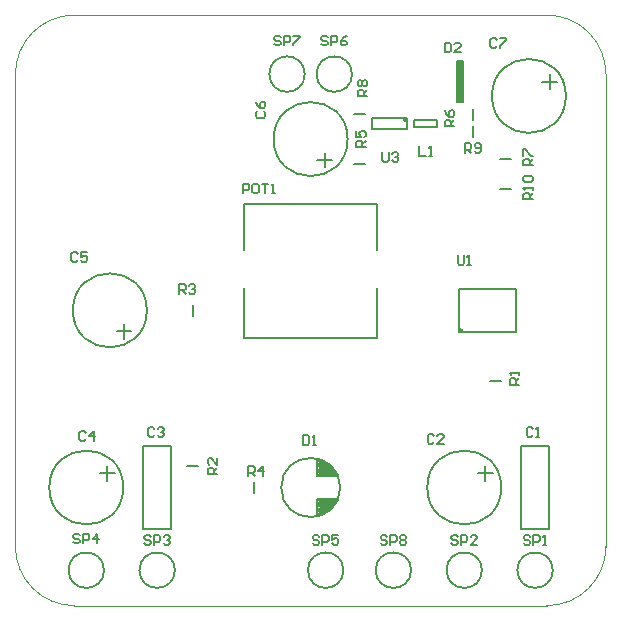
<source format=gto>
G04*
G04 #@! TF.GenerationSoftware,Altium Limited,Altium Designer,20.2.7 (254)*
G04*
G04 Layer_Color=65535*
%FSAX44Y44*%
%MOMM*%
G71*
G04*
G04 #@! TF.SameCoordinates,51ACB8CF-5D8B-4831-AD9A-68E97BBA3DB7*
G04*
G04*
G04 #@! TF.FilePolarity,Positive*
G04*
G01*
G75*
%ADD10C,0.2000*%
%ADD11C,0.2540*%
%ADD12C,0.1524*%
%ADD13R,0.5500X3.5000*%
%ADD14C,0.1000*%
D10*
X01406300Y01270000D02*
G03*
X01406300Y01270000I-00031300J00000000D01*
G01*
X01400000Y00975000D02*
G03*
X01400000Y00975000I-00025000J00000000D01*
G01*
X01580000Y00905000D02*
G03*
X01580000Y00905000I-00015000J00000000D01*
G01*
X01520000D02*
G03*
X01520000Y00905000I-00015000J00000000D01*
G01*
X01260000D02*
G03*
X01260000Y00905000I-00015000J00000000D01*
G01*
X01200000D02*
G03*
X01200000Y00905000I-00015000J00000000D01*
G01*
X01402700D02*
G03*
X01402700Y00905000I-00015000J00000000D01*
G01*
X01410000Y01325000D02*
G03*
X01410000Y01325000I-00015000J00000000D01*
G01*
X01370000D02*
G03*
X01370000Y01325000I-00015000J00000000D01*
G01*
X01460000Y00905000D02*
G03*
X01460000Y00905000I-00015000J00000000D01*
G01*
X01536300Y00975000D02*
G03*
X01536300Y00975000I-00031300J00000000D01*
G01*
X01216300D02*
G03*
X01216300Y00975000I-00031300J00000000D01*
G01*
X01236300Y01125000D02*
G03*
X01236300Y01125000I-00031300J00000000D01*
G01*
X01591050Y01306500D02*
G03*
X01591050Y01306500I-00031300J00000000D01*
G01*
X01526750Y01065000D02*
X01536000D01*
X01512750Y01271750D02*
Y01281000D01*
Y01286500D02*
Y01295750D01*
X01380750Y01252250D02*
X01393250D01*
X01387000Y01246000D02*
Y01258500D01*
X01412000Y01248500D02*
X01421250D01*
X01462250Y01280250D02*
Y01286250D01*
X01482250Y01280250D02*
Y01286250D01*
X01462250D02*
X01482250D01*
X01462250Y01280250D02*
X01482250D01*
X01380750Y00984500D02*
X01397750D01*
X01382490Y00986240D02*
X01396647D01*
X01380750Y00989452D02*
X01394084D01*
X01382640Y00991986D02*
X01392640D01*
X01380814Y00993017D02*
X01390814D01*
X01380750Y00994962D02*
X01388192D01*
X01382594Y00996199D02*
X01386542D01*
X01381563Y00997230D02*
X01384627D01*
X01380750Y00984500D02*
Y00999000D01*
Y00994048D02*
X01389340D01*
X01380750Y00984500D02*
X01382490Y00986240D01*
X01382000Y00991072D02*
X01393230D01*
X01382679Y00987802D02*
X01395616D01*
X01380750Y00989731D02*
X01382679Y00987802D01*
X01381459D02*
X01395616D01*
X01381563Y00997230D02*
X01382594Y00996199D01*
X01380750Y00965500D02*
X01397750D01*
X01382490Y00963760D02*
X01396647D01*
X01380750Y00960548D02*
X01394084D01*
X01382640Y00958014D02*
X01392640D01*
X01380814Y00956983D02*
X01390814D01*
X01380750Y00955039D02*
X01388192D01*
X01382594Y00953801D02*
X01386542D01*
X01381563Y00952770D02*
X01384627D01*
X01380750Y00951000D02*
Y00965500D01*
Y00955952D02*
X01389340D01*
X01380750Y00965500D02*
X01382490Y00963760D01*
X01382000Y00958928D02*
X01393230D01*
X01382679Y00962198D02*
X01395616D01*
X01380750Y00960269D02*
X01382679Y00962198D01*
X01381459D02*
X01395616D01*
X01381563Y00952770D02*
X01382594Y00953801D01*
X01427250Y01287750D02*
X01456250D01*
X01427250Y01278750D02*
X01456250D01*
Y01287750D01*
X01427250Y01278750D02*
Y01287750D01*
X01553000Y00939500D02*
X01577000D01*
Y01010500D01*
X01553000D02*
X01577000D01*
X01553000Y00939500D02*
Y01010500D01*
X01233000Y00939500D02*
X01257000D01*
Y01010500D01*
X01233000D02*
X01257000D01*
X01233000Y00939500D02*
Y01010500D01*
X01270250Y00993500D02*
X01279500D01*
X01275000Y01120250D02*
Y01129500D01*
X01327250Y00970500D02*
Y00979750D01*
X01535500Y01253500D02*
X01544750D01*
X01412000Y01291500D02*
X01421250D01*
X01535500Y01228000D02*
X01544750D01*
X01516500Y00987000D02*
X01529000D01*
X01522750Y00980750D02*
Y00993250D01*
X01202750Y00980750D02*
Y00993250D01*
X01196500Y00987000D02*
X01209000D01*
X01217000Y01101000D02*
Y01113500D01*
X01210750Y01107250D02*
X01223250D01*
X01571250Y01318500D02*
X01583750D01*
X01577500Y01312250D02*
Y01324750D01*
X01501000Y01107000D02*
X01549000D01*
X01501000Y01143000D02*
X01549000D01*
X01501000Y01107000D02*
Y01143000D01*
X01549000Y01107000D02*
Y01143000D01*
X01498500Y01301250D02*
X01504000D01*
X01498500Y01336250D02*
X01504000D01*
Y01301250D02*
Y01336250D01*
X01498500Y01301250D02*
Y01336250D01*
X01431500Y01101500D02*
Y01143500D01*
Y01176500D02*
Y01215000D01*
X01318500Y01101500D02*
Y01143500D01*
Y01176500D02*
Y01215000D01*
Y01101500D02*
X01431500D01*
X01318500Y01215000D02*
X01431500D01*
D11*
X01456000Y01286500D02*
G03*
X01456000Y01286500I-00001000J00000000D01*
G01*
X01503285Y01108298D02*
G03*
X01503285Y01108298I-00001000J00000000D01*
G01*
D12*
X01551563Y01062083D02*
X01543437D01*
Y01066146D01*
X01544792Y01067500D01*
X01547500D01*
X01548854Y01066146D01*
Y01062083D01*
Y01064791D02*
X01551563Y01067500D01*
Y01070209D02*
Y01072917D01*
Y01071563D01*
X01543437D01*
X01544792Y01070209D01*
X01505729Y01258437D02*
Y01266563D01*
X01509792D01*
X01511146Y01265209D01*
Y01262500D01*
X01509792Y01261146D01*
X01505729D01*
X01508437D02*
X01511146Y01258437D01*
X01513854Y01259792D02*
X01515208Y01258437D01*
X01517917D01*
X01519271Y01259792D01*
Y01265209D01*
X01517917Y01266563D01*
X01515208D01*
X01513854Y01265209D01*
Y01263854D01*
X01515208Y01262500D01*
X01519271D01*
X01496563Y01280729D02*
X01488437D01*
Y01284792D01*
X01489792Y01286146D01*
X01492500D01*
X01493854Y01284792D01*
Y01280729D01*
Y01283437D02*
X01496563Y01286146D01*
X01488437Y01294271D02*
X01489792Y01291563D01*
X01492500Y01288854D01*
X01495208D01*
X01496563Y01290208D01*
Y01292917D01*
X01495208Y01294271D01*
X01493854D01*
X01492500Y01292917D01*
Y01288854D01*
X01329792Y01293646D02*
X01328437Y01292292D01*
Y01289583D01*
X01329792Y01288229D01*
X01335208D01*
X01336563Y01289583D01*
Y01292292D01*
X01335208Y01293646D01*
X01328437Y01301771D02*
X01329792Y01299063D01*
X01332500Y01296354D01*
X01335208D01*
X01336563Y01297708D01*
Y01300417D01*
X01335208Y01301771D01*
X01333854D01*
X01332500Y01300417D01*
Y01296354D01*
X01421563Y01263229D02*
X01413437D01*
Y01267291D01*
X01414792Y01268646D01*
X01417500D01*
X01418854Y01267291D01*
Y01263229D01*
Y01265937D02*
X01421563Y01268646D01*
X01413437Y01276771D02*
Y01271354D01*
X01417500D01*
X01416146Y01274063D01*
Y01275417D01*
X01417500Y01276771D01*
X01420208D01*
X01421563Y01275417D01*
Y01272709D01*
X01420208Y01271354D01*
X01467083Y01264063D02*
Y01255937D01*
X01472500D01*
X01475208D02*
X01477917D01*
X01476563D01*
Y01264063D01*
X01475208Y01262708D01*
X01499583Y01171813D02*
Y01165042D01*
X01500937Y01163687D01*
X01503646D01*
X01505000Y01165042D01*
Y01171813D01*
X01507708Y01163687D02*
X01510417D01*
X01509063D01*
Y01171813D01*
X01507708Y01170459D01*
X01563063Y01247729D02*
X01554937D01*
Y01251792D01*
X01556292Y01253146D01*
X01559000D01*
X01560354Y01251792D01*
Y01247729D01*
Y01250437D02*
X01563063Y01253146D01*
X01554937Y01255854D02*
Y01261271D01*
X01556292D01*
X01561709Y01255854D01*
X01563063D01*
Y01218843D02*
X01554937D01*
Y01222906D01*
X01556292Y01224260D01*
X01559000D01*
X01560354Y01222906D01*
Y01218843D01*
Y01221552D02*
X01563063Y01224260D01*
Y01226969D02*
Y01229677D01*
Y01228323D01*
X01554937D01*
X01556292Y01226969D01*
Y01233740D02*
X01554937Y01235094D01*
Y01237803D01*
X01556292Y01239157D01*
X01561709D01*
X01563063Y01237803D01*
Y01235094D01*
X01561709Y01233740D01*
X01556292D01*
X01422813Y01306479D02*
X01414687D01*
Y01310542D01*
X01416042Y01311896D01*
X01418750D01*
X01420104Y01310542D01*
Y01306479D01*
Y01309187D02*
X01422813Y01311896D01*
X01416042Y01314604D02*
X01414687Y01315959D01*
Y01318667D01*
X01416042Y01320021D01*
X01417396D01*
X01418750Y01318667D01*
X01420104Y01320021D01*
X01421458D01*
X01422813Y01318667D01*
Y01315959D01*
X01421458Y01314604D01*
X01420104D01*
X01418750Y01315959D01*
X01417396Y01314604D01*
X01416042D01*
X01418750Y01315959D02*
Y01318667D01*
X01435729Y01259063D02*
Y01252292D01*
X01437083Y01250937D01*
X01439792D01*
X01441146Y01252292D01*
Y01259063D01*
X01443854Y01257709D02*
X01445208Y01259063D01*
X01447917D01*
X01449271Y01257709D01*
Y01256354D01*
X01447917Y01255000D01*
X01446563D01*
X01447917D01*
X01449271Y01253646D01*
Y01252292D01*
X01447917Y01250937D01*
X01445208D01*
X01443854Y01252292D01*
X01488479Y01351563D02*
Y01343437D01*
X01492542D01*
X01493896Y01344792D01*
Y01350208D01*
X01492542Y01351563D01*
X01488479D01*
X01502021Y01343437D02*
X01496604D01*
X01502021Y01348854D01*
Y01350208D01*
X01500667Y01351563D01*
X01497959D01*
X01496604Y01350208D01*
X01389583Y01356019D02*
X01388229Y01357373D01*
X01385520D01*
X01384166Y01356019D01*
Y01354665D01*
X01385520Y01353311D01*
X01388229D01*
X01389583Y01351956D01*
Y01350602D01*
X01388229Y01349248D01*
X01385520D01*
X01384166Y01350602D01*
X01392292Y01349248D02*
Y01357373D01*
X01396354D01*
X01397708Y01356019D01*
Y01353311D01*
X01396354Y01351956D01*
X01392292D01*
X01405834Y01357373D02*
X01403125Y01356019D01*
X01400417Y01353311D01*
Y01350602D01*
X01401771Y01349248D01*
X01404480D01*
X01405834Y01350602D01*
Y01351956D01*
X01404480Y01353311D01*
X01400417D01*
X01349583Y01356019D02*
X01348229Y01357373D01*
X01345520D01*
X01344166Y01356019D01*
Y01354665D01*
X01345520Y01353311D01*
X01348229D01*
X01349583Y01351956D01*
Y01350602D01*
X01348229Y01349248D01*
X01345520D01*
X01344166Y01350602D01*
X01352292Y01349248D02*
Y01357373D01*
X01356354D01*
X01357708Y01356019D01*
Y01353311D01*
X01356354Y01351956D01*
X01352292D01*
X01360417Y01357373D02*
X01365834D01*
Y01356019D01*
X01360417Y01350602D01*
Y01349248D01*
X01563250Y01024458D02*
X01561896Y01025813D01*
X01559187D01*
X01557833Y01024458D01*
Y01019042D01*
X01559187Y01017687D01*
X01561896D01*
X01563250Y01019042D01*
X01565959Y01017687D02*
X01568667D01*
X01567313D01*
Y01025813D01*
X01565959Y01024458D01*
X01479396Y01018959D02*
X01478042Y01020313D01*
X01475333D01*
X01473979Y01018959D01*
Y01013542D01*
X01475333Y01012187D01*
X01478042D01*
X01479396Y01013542D01*
X01487521Y01012187D02*
X01482104D01*
X01487521Y01017604D01*
Y01018959D01*
X01486167Y01020313D01*
X01483459D01*
X01482104Y01018959D01*
X01322229Y00984937D02*
Y00993063D01*
X01326292D01*
X01327646Y00991709D01*
Y00989000D01*
X01326292Y00987646D01*
X01322229D01*
X01324937D02*
X01327646Y00984937D01*
X01334417D02*
Y00993063D01*
X01330354Y00989000D01*
X01335771D01*
X01368583Y01019313D02*
Y01011187D01*
X01372646D01*
X01374000Y01012542D01*
Y01017959D01*
X01372646Y01019313D01*
X01368583D01*
X01376709Y01011187D02*
X01379417D01*
X01378063D01*
Y01019313D01*
X01376709Y01017959D01*
X01184396Y01021459D02*
X01183042Y01022813D01*
X01180333D01*
X01178979Y01021459D01*
Y01016042D01*
X01180333Y01014687D01*
X01183042D01*
X01184396Y01016042D01*
X01191167Y01014687D02*
Y01022813D01*
X01187104Y01018750D01*
X01192521D01*
X01242646Y01024708D02*
X01241292Y01026063D01*
X01238583D01*
X01237229Y01024708D01*
Y01019292D01*
X01238583Y01017937D01*
X01241292D01*
X01242646Y01019292D01*
X01245354Y01024708D02*
X01246709Y01026063D01*
X01249417D01*
X01250771Y01024708D01*
Y01023354D01*
X01249417Y01022000D01*
X01248063D01*
X01249417D01*
X01250771Y01020646D01*
Y01019292D01*
X01249417Y01017937D01*
X01246709D01*
X01245354Y01019292D01*
X01295813Y00986229D02*
X01287687D01*
Y00990292D01*
X01289042Y00991646D01*
X01291750D01*
X01293104Y00990292D01*
Y00986229D01*
Y00988937D02*
X01295813Y00991646D01*
Y00999771D02*
Y00994354D01*
X01290396Y00999771D01*
X01289042D01*
X01287687Y00998417D01*
Y00995708D01*
X01289042Y00994354D01*
X01560937Y00933208D02*
X01559583Y00934563D01*
X01556875D01*
X01555520Y00933208D01*
Y00931854D01*
X01556875Y00930500D01*
X01559583D01*
X01560937Y00929146D01*
Y00927792D01*
X01559583Y00926437D01*
X01556875D01*
X01555520Y00927792D01*
X01563646Y00926437D02*
Y00934563D01*
X01567708D01*
X01569063Y00933208D01*
Y00930500D01*
X01567708Y00929146D01*
X01563646D01*
X01571771Y00926437D02*
X01574480D01*
X01573125D01*
Y00934563D01*
X01571771Y00933208D01*
X01499583D02*
X01498229Y00934563D01*
X01495520D01*
X01494166Y00933208D01*
Y00931854D01*
X01495520Y00930500D01*
X01498229D01*
X01499583Y00929146D01*
Y00927792D01*
X01498229Y00926437D01*
X01495520D01*
X01494166Y00927792D01*
X01502292Y00926437D02*
Y00934563D01*
X01506354D01*
X01507708Y00933208D01*
Y00930500D01*
X01506354Y00929146D01*
X01502292D01*
X01515834Y00926437D02*
X01510417D01*
X01515834Y00931854D01*
Y00933208D01*
X01514480Y00934563D01*
X01511771D01*
X01510417Y00933208D01*
X01439583D02*
X01438229Y00934563D01*
X01435520D01*
X01434166Y00933208D01*
Y00931854D01*
X01435520Y00930500D01*
X01438229D01*
X01439583Y00929146D01*
Y00927792D01*
X01438229Y00926437D01*
X01435520D01*
X01434166Y00927792D01*
X01442292Y00926437D02*
Y00934563D01*
X01446354D01*
X01447708Y00933208D01*
Y00930500D01*
X01446354Y00929146D01*
X01442292D01*
X01450417Y00933208D02*
X01451771Y00934563D01*
X01454480D01*
X01455834Y00933208D01*
Y00931854D01*
X01454480Y00930500D01*
X01455834Y00929146D01*
Y00927792D01*
X01454480Y00926437D01*
X01451771D01*
X01450417Y00927792D01*
Y00929146D01*
X01451771Y00930500D01*
X01450417Y00931854D01*
Y00933208D01*
X01451771Y00930500D02*
X01454480D01*
X01382283Y00933208D02*
X01380929Y00934563D01*
X01378220D01*
X01376866Y00933208D01*
Y00931854D01*
X01378220Y00930500D01*
X01380929D01*
X01382283Y00929146D01*
Y00927792D01*
X01380929Y00926437D01*
X01378220D01*
X01376866Y00927792D01*
X01384992Y00926437D02*
Y00934563D01*
X01389054D01*
X01390408Y00933208D01*
Y00930500D01*
X01389054Y00929146D01*
X01384992D01*
X01398534Y00934563D02*
X01393117D01*
Y00930500D01*
X01395825Y00931854D01*
X01397180D01*
X01398534Y00930500D01*
Y00927792D01*
X01397180Y00926437D01*
X01394471D01*
X01393117Y00927792D01*
X01239583Y00933208D02*
X01238229Y00934563D01*
X01235520D01*
X01234166Y00933208D01*
Y00931854D01*
X01235520Y00930500D01*
X01238229D01*
X01239583Y00929146D01*
Y00927792D01*
X01238229Y00926437D01*
X01235520D01*
X01234166Y00927792D01*
X01242291Y00926437D02*
Y00934563D01*
X01246354D01*
X01247709Y00933208D01*
Y00930500D01*
X01246354Y00929146D01*
X01242291D01*
X01250417Y00933208D02*
X01251771Y00934563D01*
X01254480D01*
X01255834Y00933208D01*
Y00931854D01*
X01254480Y00930500D01*
X01253125D01*
X01254480D01*
X01255834Y00929146D01*
Y00927792D01*
X01254480Y00926437D01*
X01251771D01*
X01250417Y00927792D01*
X01179583Y00934458D02*
X01178229Y00935813D01*
X01175520D01*
X01174166Y00934458D01*
Y00933104D01*
X01175520Y00931750D01*
X01178229D01*
X01179583Y00930396D01*
Y00929042D01*
X01178229Y00927687D01*
X01175520D01*
X01174166Y00929042D01*
X01182292Y00927687D02*
Y00935813D01*
X01186354D01*
X01187709Y00934458D01*
Y00931750D01*
X01186354Y00930396D01*
X01182292D01*
X01194480Y00927687D02*
Y00935813D01*
X01190417Y00931750D01*
X01195834D01*
X01317498Y01224026D02*
Y01232151D01*
X01321561D01*
X01322915Y01230797D01*
Y01228089D01*
X01321561Y01226734D01*
X01317498D01*
X01329686Y01232151D02*
X01326978D01*
X01325623Y01230797D01*
Y01225380D01*
X01326978Y01224026D01*
X01329686D01*
X01331040Y01225380D01*
Y01230797D01*
X01329686Y01232151D01*
X01333749D02*
X01339166D01*
X01336457D01*
Y01224026D01*
X01341874D02*
X01344583D01*
X01343228D01*
Y01232151D01*
X01341874Y01230797D01*
X01263650Y01139190D02*
Y01147315D01*
X01267713D01*
X01269067Y01145961D01*
Y01143253D01*
X01267713Y01141898D01*
X01263650D01*
X01266358D02*
X01269067Y01139190D01*
X01271775Y01145961D02*
X01273130Y01147315D01*
X01275838D01*
X01277192Y01145961D01*
Y01144607D01*
X01275838Y01143253D01*
X01274484D01*
X01275838D01*
X01277192Y01141898D01*
Y01140544D01*
X01275838Y01139190D01*
X01273130D01*
X01271775Y01140544D01*
X01177627Y01172631D02*
X01176273Y01173985D01*
X01173564D01*
X01172210Y01172631D01*
Y01167214D01*
X01173564Y01165860D01*
X01176273D01*
X01177627Y01167214D01*
X01185752Y01173985D02*
X01180335D01*
Y01169923D01*
X01183044Y01171277D01*
X01184398D01*
X01185752Y01169923D01*
Y01167214D01*
X01184398Y01165860D01*
X01181690D01*
X01180335Y01167214D01*
X01532465Y01354241D02*
X01531111Y01355595D01*
X01528402D01*
X01527048Y01354241D01*
Y01348824D01*
X01528402Y01347470D01*
X01531111D01*
X01532465Y01348824D01*
X01535173Y01355595D02*
X01540590D01*
Y01354241D01*
X01535173Y01348824D01*
Y01347470D01*
D13*
X01501250Y01318750D02*
D03*
D14*
X01125000Y00925000D02*
G03*
X01175000Y00875000I00050000J00000000D01*
G01*
X01625000Y01325000D02*
G03*
X01575000Y01375000I-00050000J00000000D01*
G01*
Y00875000D02*
G03*
X01625000Y00925000I00000000J00050000D01*
G01*
X01175000Y01375000D02*
G03*
X01125000Y01325000I00000000J-00050000D01*
G01*
X01125000Y00925000D02*
X01125000Y01325000D01*
X01625000Y00925000D02*
Y01325000D01*
X01175000Y00875000D02*
X01575000Y00875000D01*
X01175000Y01375000D02*
X01575000D01*
M02*

</source>
